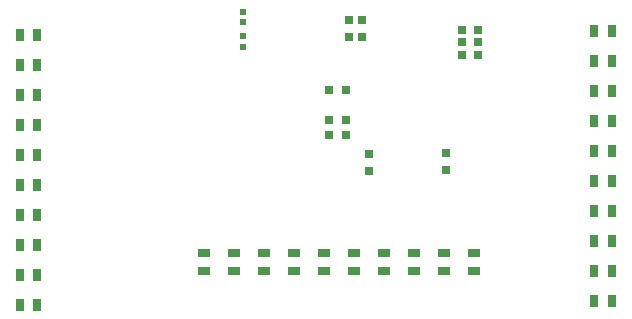
<source format=gbp>
G04*
G04 #@! TF.GenerationSoftware,Altium Limited,Altium Designer,25.7.1 (20)*
G04*
G04 Layer_Color=128*
%FSLAX44Y44*%
%MOMM*%
G71*
G04*
G04 #@! TF.SameCoordinates,711889C3-5294-40D1-B7F6-5CF0684BB26A*
G04*
G04*
G04 #@! TF.FilePolarity,Positive*
G04*
G01*
G75*
%ADD17R,1.0000X0.8000*%
%ADD19R,0.8000X1.0000*%
G04:AMPARAMS|DCode=22|XSize=0.76mm|YSize=0.6604mm|CornerRadius=0.0825mm|HoleSize=0mm|Usage=FLASHONLY|Rotation=0.000|XOffset=0mm|YOffset=0mm|HoleType=Round|Shape=RoundedRectangle|*
%AMROUNDEDRECTD22*
21,1,0.7600,0.4953,0,0,0.0*
21,1,0.5949,0.6604,0,0,0.0*
1,1,0.1651,0.2975,-0.2477*
1,1,0.1651,-0.2975,-0.2477*
1,1,0.1651,-0.2975,0.2477*
1,1,0.1651,0.2975,0.2477*
%
%ADD22ROUNDEDRECTD22*%
G04:AMPARAMS|DCode=69|XSize=0.76mm|YSize=0.6604mm|CornerRadius=0.0825mm|HoleSize=0mm|Usage=FLASHONLY|Rotation=90.000|XOffset=0mm|YOffset=0mm|HoleType=Round|Shape=RoundedRectangle|*
%AMROUNDEDRECTD69*
21,1,0.7600,0.4953,0,0,90.0*
21,1,0.5949,0.6604,0,0,90.0*
1,1,0.1651,0.2477,0.2975*
1,1,0.1651,0.2477,-0.2975*
1,1,0.1651,-0.2477,-0.2975*
1,1,0.1651,-0.2477,0.2975*
%
%ADD69ROUNDEDRECTD69*%
G04:AMPARAMS|DCode=70|XSize=0.55mm|YSize=0.5mm|CornerRadius=0.0625mm|HoleSize=0mm|Usage=FLASHONLY|Rotation=180.000|XOffset=0mm|YOffset=0mm|HoleType=Round|Shape=RoundedRectangle|*
%AMROUNDEDRECTD70*
21,1,0.5500,0.3750,0,0,180.0*
21,1,0.4250,0.5000,0,0,180.0*
1,1,0.1250,-0.2125,0.1875*
1,1,0.1250,0.2125,0.1875*
1,1,0.1250,0.2125,-0.1875*
1,1,0.1250,-0.2125,-0.1875*
%
%ADD70ROUNDEDRECTD70*%
D17*
X447040Y246260D02*
D03*
X421640D02*
D03*
X396240Y246260D02*
D03*
X370840D02*
D03*
X345440D02*
D03*
X320040D02*
D03*
X294640D02*
D03*
X218440D02*
D03*
X243840D02*
D03*
X269240D02*
D03*
X421640Y231260D02*
D03*
X370840Y231260D02*
D03*
X218440D02*
D03*
X243840D02*
D03*
X269240D02*
D03*
X294640D02*
D03*
X320040D02*
D03*
X345440D02*
D03*
X396240D02*
D03*
X447040Y231260D02*
D03*
D19*
X548760Y434340D02*
D03*
Y408940D02*
D03*
Y383540D02*
D03*
Y358140D02*
D03*
Y332740D02*
D03*
Y307340D02*
D03*
Y281940D02*
D03*
Y256540D02*
D03*
Y231140D02*
D03*
Y205740D02*
D03*
X77230Y430530D02*
D03*
Y405130D02*
D03*
Y379730D02*
D03*
Y354330D02*
D03*
Y328930D02*
D03*
Y278130D02*
D03*
Y303530D02*
D03*
Y227330D02*
D03*
Y252730D02*
D03*
Y201930D02*
D03*
X62230Y430530D02*
D03*
Y227330D02*
D03*
Y252730D02*
D03*
Y303530D02*
D03*
Y278130D02*
D03*
Y379730D02*
D03*
Y405130D02*
D03*
Y354330D02*
D03*
Y328930D02*
D03*
Y201930D02*
D03*
X563760Y434340D02*
D03*
Y408940D02*
D03*
Y383540D02*
D03*
Y358140D02*
D03*
Y332740D02*
D03*
Y307340D02*
D03*
Y281940D02*
D03*
Y256540D02*
D03*
Y231140D02*
D03*
Y205740D02*
D03*
D22*
X422758Y316850D02*
D03*
X357988Y316200D02*
D03*
X351638Y443260D02*
D03*
X340716D02*
D03*
Y429260D02*
D03*
X351638D02*
D03*
X422758Y330850D02*
D03*
X357988Y330200D02*
D03*
D69*
X450586Y424688D02*
D03*
Y435356D02*
D03*
Y414020D02*
D03*
X324064Y358648D02*
D03*
Y346456D02*
D03*
X436586Y435356D02*
D03*
Y424688D02*
D03*
Y414020D02*
D03*
X338064Y384302D02*
D03*
Y358648D02*
D03*
Y346456D02*
D03*
X324064Y384302D02*
D03*
D70*
X251308Y450778D02*
D03*
X251308Y421118D02*
D03*
Y430118D02*
D03*
X251308Y441778D02*
D03*
M02*

</source>
